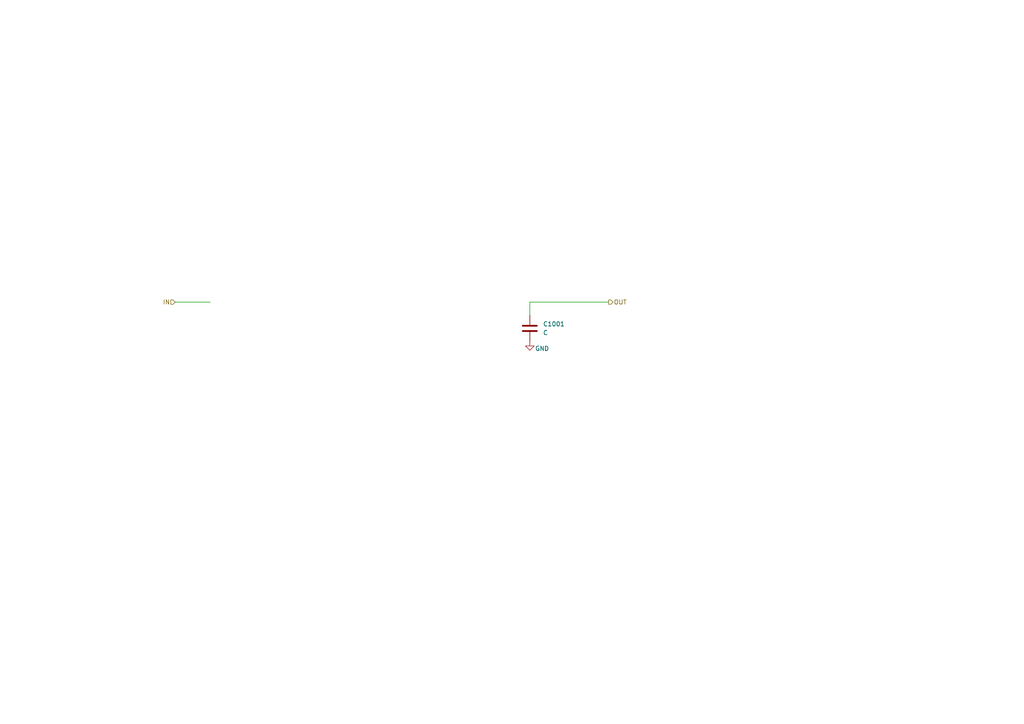
<source format=kicad_sch>
(kicad_sch (version 20250114) (generator "eeschema") (generator_version "9.0")
  (paper "A4")
  (title_block (title "Power supply - low level driver") (date "2024-06-28"))
  (lib_symbols
    (symbol "Device:C" (pin_numbers (hide yes)) (pin_names (offset 0.254))
      (property "Reference" "C" (at 0.635 2.54 0))
      (property "Value" "C" (at 0.635 -2.54 0))
      (symbol "C_0_1"
        (polyline (pts (xy -2.032 0.762) (xy 2.032 0.762)) (stroke (width 0.508)))
        (polyline (pts (xy -2.032 -0.762) (xy 2.032 -0.762)) (stroke (width 0.508)))
      )
      (symbol "C_1_1"
        (pin passive line (at 0 3.81 270) (length 2.794) (name "~") (number "1"))
        (pin passive line (at 0 -3.81 90) (length 2.794) (name "~") (number "2"))
      )
    )
    (symbol "power:GND" (power) (pin_numbers (hide yes)) (pin_names (offset 0) (hide yes))
      (property "Value" "GND" (at 0 -3.81 0))
      (symbol "GND_0_1"
        (polyline (pts (xy 0 0) (xy 0 -1.27) (xy 1.27 -1.27) (xy 0 -2.54) (xy -1.27 -1.27) (xy 0 -1.27)))
      )
      (symbol "GND_1_1"
        (pin power_in line (at 0 0 270) (length 0) (name "~") (number "1"))
      )
    )
  )
  (wire (pts (xy 153.67 87.63) (xy 176.53 87.63)))
  (wire (pts (xy 153.67 87.63) (xy 153.67 91.44)))
  (wire (pts (xy 50.8 87.63) (xy 60.96 87.63)))
  (hierarchical_label "IN" (shape input) (at 50.8 87.63 180))
  (hierarchical_label "OUT" (shape output) (at 176.53 87.63 0))
  (symbol (lib_id "power:GND") (at 153.67 99.06 0) (unit 1)
    (property "Reference" "#PWR01001" (effects (hide yes)))
    (property "Value" "GND" (at 157.226 101.092 0))
    (property "Description" "Power symbol creates a global label with name \"GND\" , ground" (effects (hide yes)))
  )
  (symbol (lib_id "Device:C") (at 153.67 95.25 0) (unit 1)
    (property "Reference" "C1001" (at 157.48 93.9799 0) (effects (justify left)))
    (property "Value" "C" (at 157.48 96.5199 0) (effects (justify left)))
    (property "Description" "Unpolarized capacitor" (effects (hide yes)))
  )
)
</source>
